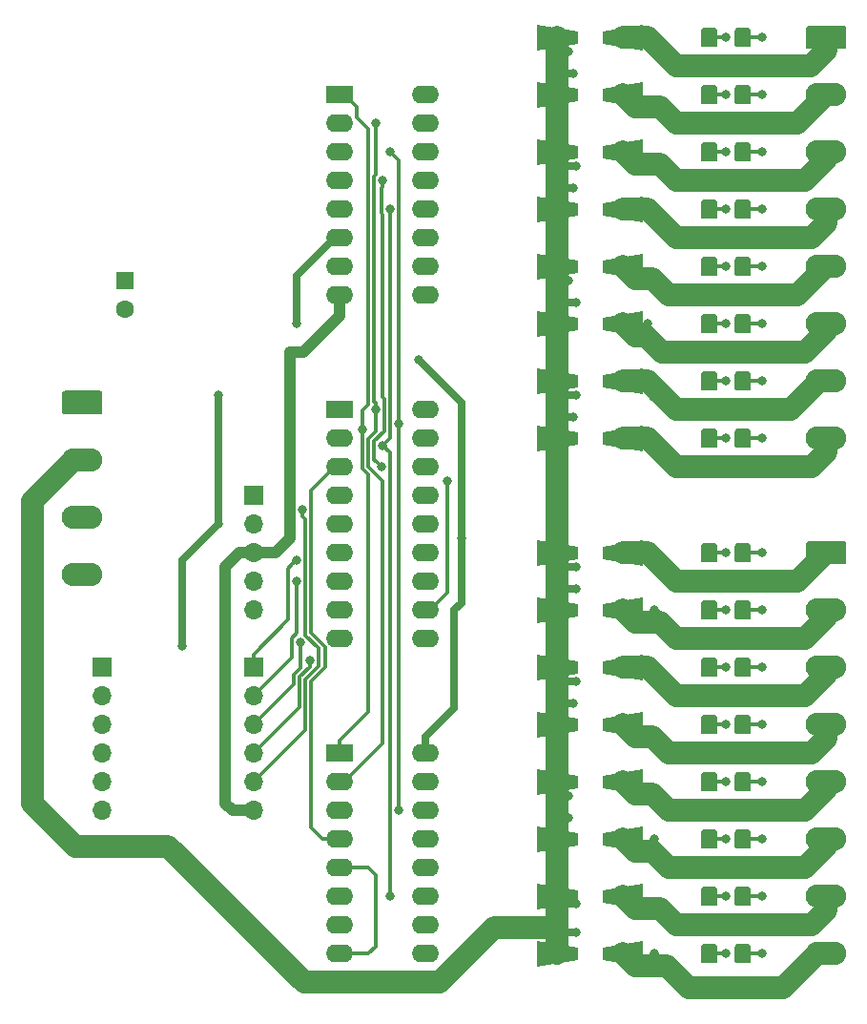
<source format=gbl>
G04 #@! TF.GenerationSoftware,KiCad,Pcbnew,(5.1.0-846-g23d3ccbdc)*
G04 #@! TF.CreationDate,2019-06-03T17:31:47-07:00*
G04 #@! TF.ProjectId,R_Switch,525f5377-6974-4636-982e-6b696361645f,n/c*
G04 #@! TF.SameCoordinates,Original*
G04 #@! TF.FileFunction,Copper,L2,Bot*
G04 #@! TF.FilePolarity,Positive*
%FSLAX46Y46*%
G04 Gerber Fmt 4.6, Leading zero omitted, Abs format (unit mm)*
G04 Created by KiCad (PCBNEW (5.1.0-846-g23d3ccbdc)) date 2019-06-03 17:31:47*
%MOMM*%
%LPD*%
G04 APERTURE LIST*
%ADD10O,2.400000X1.600000*%
%ADD11R,2.400000X1.600000*%
%ADD12O,3.600000X2.080000*%
%ADD13C,0.100000*%
%ADD14C,2.080000*%
%ADD15O,1.700000X1.700000*%
%ADD16R,1.700000X1.700000*%
%ADD17C,1.676868*%
%ADD18C,1.425000*%
%ADD19C,1.600000*%
%ADD20R,1.600000X1.600000*%
%ADD21C,0.800000*%
%ADD22C,2.032000*%
%ADD23C,0.304800*%
%ADD24C,0.635000*%
%ADD25C,1.016000*%
G04 APERTURE END LIST*
D10*
X116205000Y-107315000D03*
X108585000Y-125095000D03*
X116205000Y-109855000D03*
X108585000Y-122555000D03*
X116205000Y-112395000D03*
X108585000Y-120015000D03*
X116205000Y-114935000D03*
X108585000Y-117475000D03*
X116205000Y-117475000D03*
X108585000Y-114935000D03*
X116205000Y-120015000D03*
X108585000Y-112395000D03*
X116205000Y-122555000D03*
X108585000Y-109855000D03*
X116205000Y-125095000D03*
D11*
X108585000Y-107315000D03*
D10*
X116205000Y-48895000D03*
X108585000Y-66675000D03*
X116205000Y-51435000D03*
X108585000Y-64135000D03*
X116205000Y-53975000D03*
X108585000Y-61595000D03*
X116205000Y-56515000D03*
X108585000Y-59055000D03*
X116205000Y-59055000D03*
X108585000Y-56515000D03*
X116205000Y-61595000D03*
X108585000Y-53975000D03*
X116205000Y-64135000D03*
X108585000Y-51435000D03*
X116205000Y-66675000D03*
D11*
X108585000Y-48895000D03*
D10*
X116205000Y-76835000D03*
X108585000Y-97155000D03*
X116205000Y-79375000D03*
X108585000Y-94615000D03*
X116205000Y-81915000D03*
X108585000Y-92075000D03*
X116205000Y-84455000D03*
X108585000Y-89535000D03*
X116205000Y-86995000D03*
X108585000Y-86995000D03*
X116205000Y-89535000D03*
X108585000Y-84455000D03*
X116205000Y-92075000D03*
X108585000Y-81915000D03*
X116205000Y-94615000D03*
X108585000Y-79375000D03*
X116205000Y-97155000D03*
D11*
X108585000Y-76835000D03*
D12*
X151765000Y-79375000D03*
X151765000Y-74295000D03*
X151765000Y-69215000D03*
X151765000Y-64135000D03*
X151765000Y-59055000D03*
X151765000Y-53975000D03*
X151765000Y-48895000D03*
D13*
G36*
X153410671Y-42794030D02*
G01*
X153491777Y-42848223D01*
X153545970Y-42929329D01*
X153565000Y-43024999D01*
X153565000Y-44605001D01*
X153545970Y-44700671D01*
X153491777Y-44781777D01*
X153410671Y-44835970D01*
X153315001Y-44855000D01*
X150214999Y-44855000D01*
X150119329Y-44835970D01*
X150038223Y-44781777D01*
X149984030Y-44700671D01*
X149965000Y-44605001D01*
X149965000Y-43024999D01*
X149984030Y-42929329D01*
X150038223Y-42848223D01*
X150119329Y-42794030D01*
X150214999Y-42775000D01*
X153315001Y-42775000D01*
X153410671Y-42794030D01*
X153410671Y-42794030D01*
G37*
D14*
X151765000Y-43815000D03*
D12*
X151765000Y-125095000D03*
X151765000Y-120015000D03*
X151765000Y-114935000D03*
X151765000Y-109855000D03*
X151765000Y-104775000D03*
X151765000Y-99695000D03*
X151765000Y-94615000D03*
D13*
G36*
X153410671Y-88514030D02*
G01*
X153491777Y-88568223D01*
X153545970Y-88649329D01*
X153565000Y-88744999D01*
X153565000Y-90325001D01*
X153545970Y-90420671D01*
X153491777Y-90501777D01*
X153410671Y-90555970D01*
X153315001Y-90575000D01*
X150214999Y-90575000D01*
X150119329Y-90555970D01*
X150038223Y-90501777D01*
X149984030Y-90420671D01*
X149965000Y-90325001D01*
X149965000Y-88744999D01*
X149984030Y-88649329D01*
X150038223Y-88568223D01*
X150119329Y-88514030D01*
X150214999Y-88495000D01*
X153315001Y-88495000D01*
X153410671Y-88514030D01*
X153410671Y-88514030D01*
G37*
D14*
X151765000Y-89535000D03*
D15*
X100965000Y-94615000D03*
X100965000Y-92075000D03*
X100965000Y-89535000D03*
X100965000Y-86995000D03*
D16*
X100965000Y-84455000D03*
D15*
X87525225Y-112395000D03*
X87525225Y-109855000D03*
X87525225Y-107315000D03*
X87525225Y-104775000D03*
X87525225Y-102235000D03*
D16*
X87525225Y-99695000D03*
D15*
X100965000Y-112395000D03*
X100965000Y-109855000D03*
X100965000Y-107315000D03*
X100965000Y-104775000D03*
X100965000Y-102235000D03*
D16*
X100965000Y-99695000D03*
D12*
X85725000Y-91440000D03*
X85725000Y-86360000D03*
X85725000Y-81280000D03*
D13*
G36*
X87370671Y-75179030D02*
G01*
X87451777Y-75233223D01*
X87505970Y-75314329D01*
X87525000Y-75409999D01*
X87525000Y-76990001D01*
X87505970Y-77085671D01*
X87451777Y-77166777D01*
X87370671Y-77220970D01*
X87275001Y-77240000D01*
X84174999Y-77240000D01*
X84079329Y-77220970D01*
X83998223Y-77166777D01*
X83944030Y-77085671D01*
X83925000Y-76990001D01*
X83925000Y-75409999D01*
X83944030Y-75314329D01*
X83998223Y-75233223D01*
X84079329Y-75179030D01*
X84174999Y-75160000D01*
X87275001Y-75160000D01*
X87370671Y-75179030D01*
X87370671Y-75179030D01*
G37*
D14*
X85725000Y-76200000D03*
D17*
X127910000Y-79375000D03*
D13*
G36*
X126110000Y-80525000D02*
G01*
X126110000Y-78225000D01*
X129710000Y-78825000D01*
X129710000Y-79925000D01*
X126110000Y-80525000D01*
X126110000Y-80525000D01*
G37*
D17*
X133710000Y-79375000D03*
D13*
G36*
X135510000Y-78225000D02*
G01*
X135510000Y-80525000D01*
X131910000Y-79925000D01*
X131910000Y-78825000D01*
X135510000Y-78225000D01*
X135510000Y-78225000D01*
G37*
D17*
X127910000Y-74295000D03*
D13*
G36*
X126110000Y-75445000D02*
G01*
X126110000Y-73145000D01*
X129710000Y-73745000D01*
X129710000Y-74845000D01*
X126110000Y-75445000D01*
X126110000Y-75445000D01*
G37*
D17*
X133710000Y-74295000D03*
D13*
G36*
X135510000Y-73145000D02*
G01*
X135510000Y-75445000D01*
X131910000Y-74845000D01*
X131910000Y-73745000D01*
X135510000Y-73145000D01*
X135510000Y-73145000D01*
G37*
D17*
X127910000Y-69215000D03*
D13*
G36*
X126110000Y-70365000D02*
G01*
X126110000Y-68065000D01*
X129710000Y-68665000D01*
X129710000Y-69765000D01*
X126110000Y-70365000D01*
X126110000Y-70365000D01*
G37*
D17*
X133710000Y-69215000D03*
D13*
G36*
X135510000Y-68065000D02*
G01*
X135510000Y-70365000D01*
X131910000Y-69765000D01*
X131910000Y-68665000D01*
X135510000Y-68065000D01*
X135510000Y-68065000D01*
G37*
D17*
X127910000Y-64135000D03*
D13*
G36*
X126110000Y-65285000D02*
G01*
X126110000Y-62985000D01*
X129710000Y-63585000D01*
X129710000Y-64685000D01*
X126110000Y-65285000D01*
X126110000Y-65285000D01*
G37*
D17*
X133710000Y-64135000D03*
D13*
G36*
X135510000Y-62985000D02*
G01*
X135510000Y-65285000D01*
X131910000Y-64685000D01*
X131910000Y-63585000D01*
X135510000Y-62985000D01*
X135510000Y-62985000D01*
G37*
D17*
X127910000Y-59055000D03*
D13*
G36*
X126110000Y-60205000D02*
G01*
X126110000Y-57905000D01*
X129710000Y-58505000D01*
X129710000Y-59605000D01*
X126110000Y-60205000D01*
X126110000Y-60205000D01*
G37*
D17*
X133710000Y-59055000D03*
D13*
G36*
X135510000Y-57905000D02*
G01*
X135510000Y-60205000D01*
X131910000Y-59605000D01*
X131910000Y-58505000D01*
X135510000Y-57905000D01*
X135510000Y-57905000D01*
G37*
D17*
X127910000Y-53975000D03*
D13*
G36*
X126110000Y-55125000D02*
G01*
X126110000Y-52825000D01*
X129710000Y-53425000D01*
X129710000Y-54525000D01*
X126110000Y-55125000D01*
X126110000Y-55125000D01*
G37*
D17*
X133710000Y-53975000D03*
D13*
G36*
X135510000Y-52825000D02*
G01*
X135510000Y-55125000D01*
X131910000Y-54525000D01*
X131910000Y-53425000D01*
X135510000Y-52825000D01*
X135510000Y-52825000D01*
G37*
D17*
X127910000Y-48895000D03*
D13*
G36*
X126110000Y-50045000D02*
G01*
X126110000Y-47745000D01*
X129710000Y-48345000D01*
X129710000Y-49445000D01*
X126110000Y-50045000D01*
X126110000Y-50045000D01*
G37*
D17*
X133710000Y-48895000D03*
D13*
G36*
X135510000Y-47745000D02*
G01*
X135510000Y-50045000D01*
X131910000Y-49445000D01*
X131910000Y-48345000D01*
X135510000Y-47745000D01*
X135510000Y-47745000D01*
G37*
D17*
X127910000Y-43815000D03*
D13*
G36*
X126110000Y-44965000D02*
G01*
X126110000Y-42665000D01*
X129710000Y-43265000D01*
X129710000Y-44365000D01*
X126110000Y-44965000D01*
X126110000Y-44965000D01*
G37*
D17*
X133710000Y-43815000D03*
D13*
G36*
X135510000Y-42665000D02*
G01*
X135510000Y-44965000D01*
X131910000Y-44365000D01*
X131910000Y-43265000D01*
X135510000Y-42665000D01*
X135510000Y-42665000D01*
G37*
G36*
X144920671Y-78519030D02*
G01*
X145001777Y-78573223D01*
X145055970Y-78654329D01*
X145075000Y-78750000D01*
X145075000Y-80000000D01*
X145055970Y-80095671D01*
X145001777Y-80176777D01*
X144920671Y-80230970D01*
X144825000Y-80250000D01*
X143900000Y-80250000D01*
X143804329Y-80230970D01*
X143723223Y-80176777D01*
X143669030Y-80095671D01*
X143650000Y-80000000D01*
X143650000Y-78750000D01*
X143669030Y-78654329D01*
X143723223Y-78573223D01*
X143804329Y-78519030D01*
X143900000Y-78500000D01*
X144825000Y-78500000D01*
X144920671Y-78519030D01*
X144920671Y-78519030D01*
G37*
D18*
X144362500Y-79375000D03*
D13*
G36*
X141945671Y-78519030D02*
G01*
X142026777Y-78573223D01*
X142080970Y-78654329D01*
X142100000Y-78750000D01*
X142100000Y-80000000D01*
X142080970Y-80095671D01*
X142026777Y-80176777D01*
X141945671Y-80230970D01*
X141850000Y-80250000D01*
X140925000Y-80250000D01*
X140829329Y-80230970D01*
X140748223Y-80176777D01*
X140694030Y-80095671D01*
X140675000Y-80000000D01*
X140675000Y-78750000D01*
X140694030Y-78654329D01*
X140748223Y-78573223D01*
X140829329Y-78519030D01*
X140925000Y-78500000D01*
X141850000Y-78500000D01*
X141945671Y-78519030D01*
X141945671Y-78519030D01*
G37*
D18*
X141387500Y-79375000D03*
D13*
G36*
X144920671Y-73439030D02*
G01*
X145001777Y-73493223D01*
X145055970Y-73574329D01*
X145075000Y-73670000D01*
X145075000Y-74920000D01*
X145055970Y-75015671D01*
X145001777Y-75096777D01*
X144920671Y-75150970D01*
X144825000Y-75170000D01*
X143900000Y-75170000D01*
X143804329Y-75150970D01*
X143723223Y-75096777D01*
X143669030Y-75015671D01*
X143650000Y-74920000D01*
X143650000Y-73670000D01*
X143669030Y-73574329D01*
X143723223Y-73493223D01*
X143804329Y-73439030D01*
X143900000Y-73420000D01*
X144825000Y-73420000D01*
X144920671Y-73439030D01*
X144920671Y-73439030D01*
G37*
D18*
X144362500Y-74295000D03*
D13*
G36*
X141945671Y-73439030D02*
G01*
X142026777Y-73493223D01*
X142080970Y-73574329D01*
X142100000Y-73670000D01*
X142100000Y-74920000D01*
X142080970Y-75015671D01*
X142026777Y-75096777D01*
X141945671Y-75150970D01*
X141850000Y-75170000D01*
X140925000Y-75170000D01*
X140829329Y-75150970D01*
X140748223Y-75096777D01*
X140694030Y-75015671D01*
X140675000Y-74920000D01*
X140675000Y-73670000D01*
X140694030Y-73574329D01*
X140748223Y-73493223D01*
X140829329Y-73439030D01*
X140925000Y-73420000D01*
X141850000Y-73420000D01*
X141945671Y-73439030D01*
X141945671Y-73439030D01*
G37*
D18*
X141387500Y-74295000D03*
D13*
G36*
X144920671Y-68359030D02*
G01*
X145001777Y-68413223D01*
X145055970Y-68494329D01*
X145075000Y-68590000D01*
X145075000Y-69840000D01*
X145055970Y-69935671D01*
X145001777Y-70016777D01*
X144920671Y-70070970D01*
X144825000Y-70090000D01*
X143900000Y-70090000D01*
X143804329Y-70070970D01*
X143723223Y-70016777D01*
X143669030Y-69935671D01*
X143650000Y-69840000D01*
X143650000Y-68590000D01*
X143669030Y-68494329D01*
X143723223Y-68413223D01*
X143804329Y-68359030D01*
X143900000Y-68340000D01*
X144825000Y-68340000D01*
X144920671Y-68359030D01*
X144920671Y-68359030D01*
G37*
D18*
X144362500Y-69215000D03*
D13*
G36*
X141945671Y-68359030D02*
G01*
X142026777Y-68413223D01*
X142080970Y-68494329D01*
X142100000Y-68590000D01*
X142100000Y-69840000D01*
X142080970Y-69935671D01*
X142026777Y-70016777D01*
X141945671Y-70070970D01*
X141850000Y-70090000D01*
X140925000Y-70090000D01*
X140829329Y-70070970D01*
X140748223Y-70016777D01*
X140694030Y-69935671D01*
X140675000Y-69840000D01*
X140675000Y-68590000D01*
X140694030Y-68494329D01*
X140748223Y-68413223D01*
X140829329Y-68359030D01*
X140925000Y-68340000D01*
X141850000Y-68340000D01*
X141945671Y-68359030D01*
X141945671Y-68359030D01*
G37*
D18*
X141387500Y-69215000D03*
D13*
G36*
X144920671Y-63279030D02*
G01*
X145001777Y-63333223D01*
X145055970Y-63414329D01*
X145075000Y-63510000D01*
X145075000Y-64760000D01*
X145055970Y-64855671D01*
X145001777Y-64936777D01*
X144920671Y-64990970D01*
X144825000Y-65010000D01*
X143900000Y-65010000D01*
X143804329Y-64990970D01*
X143723223Y-64936777D01*
X143669030Y-64855671D01*
X143650000Y-64760000D01*
X143650000Y-63510000D01*
X143669030Y-63414329D01*
X143723223Y-63333223D01*
X143804329Y-63279030D01*
X143900000Y-63260000D01*
X144825000Y-63260000D01*
X144920671Y-63279030D01*
X144920671Y-63279030D01*
G37*
D18*
X144362500Y-64135000D03*
D13*
G36*
X141945671Y-63279030D02*
G01*
X142026777Y-63333223D01*
X142080970Y-63414329D01*
X142100000Y-63510000D01*
X142100000Y-64760000D01*
X142080970Y-64855671D01*
X142026777Y-64936777D01*
X141945671Y-64990970D01*
X141850000Y-65010000D01*
X140925000Y-65010000D01*
X140829329Y-64990970D01*
X140748223Y-64936777D01*
X140694030Y-64855671D01*
X140675000Y-64760000D01*
X140675000Y-63510000D01*
X140694030Y-63414329D01*
X140748223Y-63333223D01*
X140829329Y-63279030D01*
X140925000Y-63260000D01*
X141850000Y-63260000D01*
X141945671Y-63279030D01*
X141945671Y-63279030D01*
G37*
D18*
X141387500Y-64135000D03*
D13*
G36*
X144920671Y-58199030D02*
G01*
X145001777Y-58253223D01*
X145055970Y-58334329D01*
X145075000Y-58430000D01*
X145075000Y-59680000D01*
X145055970Y-59775671D01*
X145001777Y-59856777D01*
X144920671Y-59910970D01*
X144825000Y-59930000D01*
X143900000Y-59930000D01*
X143804329Y-59910970D01*
X143723223Y-59856777D01*
X143669030Y-59775671D01*
X143650000Y-59680000D01*
X143650000Y-58430000D01*
X143669030Y-58334329D01*
X143723223Y-58253223D01*
X143804329Y-58199030D01*
X143900000Y-58180000D01*
X144825000Y-58180000D01*
X144920671Y-58199030D01*
X144920671Y-58199030D01*
G37*
D18*
X144362500Y-59055000D03*
D13*
G36*
X141945671Y-58199030D02*
G01*
X142026777Y-58253223D01*
X142080970Y-58334329D01*
X142100000Y-58430000D01*
X142100000Y-59680000D01*
X142080970Y-59775671D01*
X142026777Y-59856777D01*
X141945671Y-59910970D01*
X141850000Y-59930000D01*
X140925000Y-59930000D01*
X140829329Y-59910970D01*
X140748223Y-59856777D01*
X140694030Y-59775671D01*
X140675000Y-59680000D01*
X140675000Y-58430000D01*
X140694030Y-58334329D01*
X140748223Y-58253223D01*
X140829329Y-58199030D01*
X140925000Y-58180000D01*
X141850000Y-58180000D01*
X141945671Y-58199030D01*
X141945671Y-58199030D01*
G37*
D18*
X141387500Y-59055000D03*
D13*
G36*
X144920671Y-53119030D02*
G01*
X145001777Y-53173223D01*
X145055970Y-53254329D01*
X145075000Y-53350000D01*
X145075000Y-54600000D01*
X145055970Y-54695671D01*
X145001777Y-54776777D01*
X144920671Y-54830970D01*
X144825000Y-54850000D01*
X143900000Y-54850000D01*
X143804329Y-54830970D01*
X143723223Y-54776777D01*
X143669030Y-54695671D01*
X143650000Y-54600000D01*
X143650000Y-53350000D01*
X143669030Y-53254329D01*
X143723223Y-53173223D01*
X143804329Y-53119030D01*
X143900000Y-53100000D01*
X144825000Y-53100000D01*
X144920671Y-53119030D01*
X144920671Y-53119030D01*
G37*
D18*
X144362500Y-53975000D03*
D13*
G36*
X141945671Y-53119030D02*
G01*
X142026777Y-53173223D01*
X142080970Y-53254329D01*
X142100000Y-53350000D01*
X142100000Y-54600000D01*
X142080970Y-54695671D01*
X142026777Y-54776777D01*
X141945671Y-54830970D01*
X141850000Y-54850000D01*
X140925000Y-54850000D01*
X140829329Y-54830970D01*
X140748223Y-54776777D01*
X140694030Y-54695671D01*
X140675000Y-54600000D01*
X140675000Y-53350000D01*
X140694030Y-53254329D01*
X140748223Y-53173223D01*
X140829329Y-53119030D01*
X140925000Y-53100000D01*
X141850000Y-53100000D01*
X141945671Y-53119030D01*
X141945671Y-53119030D01*
G37*
D18*
X141387500Y-53975000D03*
D13*
G36*
X144920671Y-48039030D02*
G01*
X145001777Y-48093223D01*
X145055970Y-48174329D01*
X145075000Y-48270000D01*
X145075000Y-49520000D01*
X145055970Y-49615671D01*
X145001777Y-49696777D01*
X144920671Y-49750970D01*
X144825000Y-49770000D01*
X143900000Y-49770000D01*
X143804329Y-49750970D01*
X143723223Y-49696777D01*
X143669030Y-49615671D01*
X143650000Y-49520000D01*
X143650000Y-48270000D01*
X143669030Y-48174329D01*
X143723223Y-48093223D01*
X143804329Y-48039030D01*
X143900000Y-48020000D01*
X144825000Y-48020000D01*
X144920671Y-48039030D01*
X144920671Y-48039030D01*
G37*
D18*
X144362500Y-48895000D03*
D13*
G36*
X141945671Y-48039030D02*
G01*
X142026777Y-48093223D01*
X142080970Y-48174329D01*
X142100000Y-48270000D01*
X142100000Y-49520000D01*
X142080970Y-49615671D01*
X142026777Y-49696777D01*
X141945671Y-49750970D01*
X141850000Y-49770000D01*
X140925000Y-49770000D01*
X140829329Y-49750970D01*
X140748223Y-49696777D01*
X140694030Y-49615671D01*
X140675000Y-49520000D01*
X140675000Y-48270000D01*
X140694030Y-48174329D01*
X140748223Y-48093223D01*
X140829329Y-48039030D01*
X140925000Y-48020000D01*
X141850000Y-48020000D01*
X141945671Y-48039030D01*
X141945671Y-48039030D01*
G37*
D18*
X141387500Y-48895000D03*
D13*
G36*
X144920671Y-42959030D02*
G01*
X145001777Y-43013223D01*
X145055970Y-43094329D01*
X145075000Y-43190000D01*
X145075000Y-44440000D01*
X145055970Y-44535671D01*
X145001777Y-44616777D01*
X144920671Y-44670970D01*
X144825000Y-44690000D01*
X143900000Y-44690000D01*
X143804329Y-44670970D01*
X143723223Y-44616777D01*
X143669030Y-44535671D01*
X143650000Y-44440000D01*
X143650000Y-43190000D01*
X143669030Y-43094329D01*
X143723223Y-43013223D01*
X143804329Y-42959030D01*
X143900000Y-42940000D01*
X144825000Y-42940000D01*
X144920671Y-42959030D01*
X144920671Y-42959030D01*
G37*
D18*
X144362500Y-43815000D03*
D13*
G36*
X141945671Y-42959030D02*
G01*
X142026777Y-43013223D01*
X142080970Y-43094329D01*
X142100000Y-43190000D01*
X142100000Y-44440000D01*
X142080970Y-44535671D01*
X142026777Y-44616777D01*
X141945671Y-44670970D01*
X141850000Y-44690000D01*
X140925000Y-44690000D01*
X140829329Y-44670970D01*
X140748223Y-44616777D01*
X140694030Y-44535671D01*
X140675000Y-44440000D01*
X140675000Y-43190000D01*
X140694030Y-43094329D01*
X140748223Y-43013223D01*
X140829329Y-42959030D01*
X140925000Y-42940000D01*
X141850000Y-42940000D01*
X141945671Y-42959030D01*
X141945671Y-42959030D01*
G37*
D18*
X141387500Y-43815000D03*
D17*
X127910000Y-125095000D03*
D13*
G36*
X126110000Y-126245000D02*
G01*
X126110000Y-123945000D01*
X129710000Y-124545000D01*
X129710000Y-125645000D01*
X126110000Y-126245000D01*
X126110000Y-126245000D01*
G37*
D17*
X133710000Y-125095000D03*
D13*
G36*
X135510000Y-123945000D02*
G01*
X135510000Y-126245000D01*
X131910000Y-125645000D01*
X131910000Y-124545000D01*
X135510000Y-123945000D01*
X135510000Y-123945000D01*
G37*
D17*
X127910000Y-120015000D03*
D13*
G36*
X126110000Y-121165000D02*
G01*
X126110000Y-118865000D01*
X129710000Y-119465000D01*
X129710000Y-120565000D01*
X126110000Y-121165000D01*
X126110000Y-121165000D01*
G37*
D17*
X133710000Y-120015000D03*
D13*
G36*
X135510000Y-118865000D02*
G01*
X135510000Y-121165000D01*
X131910000Y-120565000D01*
X131910000Y-119465000D01*
X135510000Y-118865000D01*
X135510000Y-118865000D01*
G37*
D17*
X127910000Y-114935000D03*
D13*
G36*
X126110000Y-116085000D02*
G01*
X126110000Y-113785000D01*
X129710000Y-114385000D01*
X129710000Y-115485000D01*
X126110000Y-116085000D01*
X126110000Y-116085000D01*
G37*
D17*
X133710000Y-114935000D03*
D13*
G36*
X135510000Y-113785000D02*
G01*
X135510000Y-116085000D01*
X131910000Y-115485000D01*
X131910000Y-114385000D01*
X135510000Y-113785000D01*
X135510000Y-113785000D01*
G37*
D17*
X127910000Y-109855000D03*
D13*
G36*
X126110000Y-111005000D02*
G01*
X126110000Y-108705000D01*
X129710000Y-109305000D01*
X129710000Y-110405000D01*
X126110000Y-111005000D01*
X126110000Y-111005000D01*
G37*
D17*
X133710000Y-109855000D03*
D13*
G36*
X135510000Y-108705000D02*
G01*
X135510000Y-111005000D01*
X131910000Y-110405000D01*
X131910000Y-109305000D01*
X135510000Y-108705000D01*
X135510000Y-108705000D01*
G37*
D17*
X127910000Y-104775000D03*
D13*
G36*
X126110000Y-105925000D02*
G01*
X126110000Y-103625000D01*
X129710000Y-104225000D01*
X129710000Y-105325000D01*
X126110000Y-105925000D01*
X126110000Y-105925000D01*
G37*
D17*
X133710000Y-104775000D03*
D13*
G36*
X135510000Y-103625000D02*
G01*
X135510000Y-105925000D01*
X131910000Y-105325000D01*
X131910000Y-104225000D01*
X135510000Y-103625000D01*
X135510000Y-103625000D01*
G37*
D17*
X127910000Y-99695000D03*
D13*
G36*
X126110000Y-100845000D02*
G01*
X126110000Y-98545000D01*
X129710000Y-99145000D01*
X129710000Y-100245000D01*
X126110000Y-100845000D01*
X126110000Y-100845000D01*
G37*
D17*
X133710000Y-99695000D03*
D13*
G36*
X135510000Y-98545000D02*
G01*
X135510000Y-100845000D01*
X131910000Y-100245000D01*
X131910000Y-99145000D01*
X135510000Y-98545000D01*
X135510000Y-98545000D01*
G37*
D17*
X127910000Y-94615000D03*
D13*
G36*
X126110000Y-95765000D02*
G01*
X126110000Y-93465000D01*
X129710000Y-94065000D01*
X129710000Y-95165000D01*
X126110000Y-95765000D01*
X126110000Y-95765000D01*
G37*
D17*
X133710000Y-94615000D03*
D13*
G36*
X135510000Y-93465000D02*
G01*
X135510000Y-95765000D01*
X131910000Y-95165000D01*
X131910000Y-94065000D01*
X135510000Y-93465000D01*
X135510000Y-93465000D01*
G37*
D17*
X127910000Y-89535000D03*
D13*
G36*
X126110000Y-90685000D02*
G01*
X126110000Y-88385000D01*
X129710000Y-88985000D01*
X129710000Y-90085000D01*
X126110000Y-90685000D01*
X126110000Y-90685000D01*
G37*
D17*
X133710000Y-89535000D03*
D13*
G36*
X135510000Y-88385000D02*
G01*
X135510000Y-90685000D01*
X131910000Y-90085000D01*
X131910000Y-88985000D01*
X135510000Y-88385000D01*
X135510000Y-88385000D01*
G37*
G36*
X144920671Y-124239030D02*
G01*
X145001777Y-124293223D01*
X145055970Y-124374329D01*
X145075000Y-124470000D01*
X145075000Y-125720000D01*
X145055970Y-125815671D01*
X145001777Y-125896777D01*
X144920671Y-125950970D01*
X144825000Y-125970000D01*
X143900000Y-125970000D01*
X143804329Y-125950970D01*
X143723223Y-125896777D01*
X143669030Y-125815671D01*
X143650000Y-125720000D01*
X143650000Y-124470000D01*
X143669030Y-124374329D01*
X143723223Y-124293223D01*
X143804329Y-124239030D01*
X143900000Y-124220000D01*
X144825000Y-124220000D01*
X144920671Y-124239030D01*
X144920671Y-124239030D01*
G37*
D18*
X144362500Y-125095000D03*
D13*
G36*
X141945671Y-124239030D02*
G01*
X142026777Y-124293223D01*
X142080970Y-124374329D01*
X142100000Y-124470000D01*
X142100000Y-125720000D01*
X142080970Y-125815671D01*
X142026777Y-125896777D01*
X141945671Y-125950970D01*
X141850000Y-125970000D01*
X140925000Y-125970000D01*
X140829329Y-125950970D01*
X140748223Y-125896777D01*
X140694030Y-125815671D01*
X140675000Y-125720000D01*
X140675000Y-124470000D01*
X140694030Y-124374329D01*
X140748223Y-124293223D01*
X140829329Y-124239030D01*
X140925000Y-124220000D01*
X141850000Y-124220000D01*
X141945671Y-124239030D01*
X141945671Y-124239030D01*
G37*
D18*
X141387500Y-125095000D03*
D13*
G36*
X144920671Y-119159030D02*
G01*
X145001777Y-119213223D01*
X145055970Y-119294329D01*
X145075000Y-119390000D01*
X145075000Y-120640000D01*
X145055970Y-120735671D01*
X145001777Y-120816777D01*
X144920671Y-120870970D01*
X144825000Y-120890000D01*
X143900000Y-120890000D01*
X143804329Y-120870970D01*
X143723223Y-120816777D01*
X143669030Y-120735671D01*
X143650000Y-120640000D01*
X143650000Y-119390000D01*
X143669030Y-119294329D01*
X143723223Y-119213223D01*
X143804329Y-119159030D01*
X143900000Y-119140000D01*
X144825000Y-119140000D01*
X144920671Y-119159030D01*
X144920671Y-119159030D01*
G37*
D18*
X144362500Y-120015000D03*
D13*
G36*
X141945671Y-119159030D02*
G01*
X142026777Y-119213223D01*
X142080970Y-119294329D01*
X142100000Y-119390000D01*
X142100000Y-120640000D01*
X142080970Y-120735671D01*
X142026777Y-120816777D01*
X141945671Y-120870970D01*
X141850000Y-120890000D01*
X140925000Y-120890000D01*
X140829329Y-120870970D01*
X140748223Y-120816777D01*
X140694030Y-120735671D01*
X140675000Y-120640000D01*
X140675000Y-119390000D01*
X140694030Y-119294329D01*
X140748223Y-119213223D01*
X140829329Y-119159030D01*
X140925000Y-119140000D01*
X141850000Y-119140000D01*
X141945671Y-119159030D01*
X141945671Y-119159030D01*
G37*
D18*
X141387500Y-120015000D03*
D13*
G36*
X144920671Y-114079030D02*
G01*
X145001777Y-114133223D01*
X145055970Y-114214329D01*
X145075000Y-114310000D01*
X145075000Y-115560000D01*
X145055970Y-115655671D01*
X145001777Y-115736777D01*
X144920671Y-115790970D01*
X144825000Y-115810000D01*
X143900000Y-115810000D01*
X143804329Y-115790970D01*
X143723223Y-115736777D01*
X143669030Y-115655671D01*
X143650000Y-115560000D01*
X143650000Y-114310000D01*
X143669030Y-114214329D01*
X143723223Y-114133223D01*
X143804329Y-114079030D01*
X143900000Y-114060000D01*
X144825000Y-114060000D01*
X144920671Y-114079030D01*
X144920671Y-114079030D01*
G37*
D18*
X144362500Y-114935000D03*
D13*
G36*
X141945671Y-114079030D02*
G01*
X142026777Y-114133223D01*
X142080970Y-114214329D01*
X142100000Y-114310000D01*
X142100000Y-115560000D01*
X142080970Y-115655671D01*
X142026777Y-115736777D01*
X141945671Y-115790970D01*
X141850000Y-115810000D01*
X140925000Y-115810000D01*
X140829329Y-115790970D01*
X140748223Y-115736777D01*
X140694030Y-115655671D01*
X140675000Y-115560000D01*
X140675000Y-114310000D01*
X140694030Y-114214329D01*
X140748223Y-114133223D01*
X140829329Y-114079030D01*
X140925000Y-114060000D01*
X141850000Y-114060000D01*
X141945671Y-114079030D01*
X141945671Y-114079030D01*
G37*
D18*
X141387500Y-114935000D03*
D13*
G36*
X144920671Y-108999030D02*
G01*
X145001777Y-109053223D01*
X145055970Y-109134329D01*
X145075000Y-109230000D01*
X145075000Y-110480000D01*
X145055970Y-110575671D01*
X145001777Y-110656777D01*
X144920671Y-110710970D01*
X144825000Y-110730000D01*
X143900000Y-110730000D01*
X143804329Y-110710970D01*
X143723223Y-110656777D01*
X143669030Y-110575671D01*
X143650000Y-110480000D01*
X143650000Y-109230000D01*
X143669030Y-109134329D01*
X143723223Y-109053223D01*
X143804329Y-108999030D01*
X143900000Y-108980000D01*
X144825000Y-108980000D01*
X144920671Y-108999030D01*
X144920671Y-108999030D01*
G37*
D18*
X144362500Y-109855000D03*
D13*
G36*
X141945671Y-108999030D02*
G01*
X142026777Y-109053223D01*
X142080970Y-109134329D01*
X142100000Y-109230000D01*
X142100000Y-110480000D01*
X142080970Y-110575671D01*
X142026777Y-110656777D01*
X141945671Y-110710970D01*
X141850000Y-110730000D01*
X140925000Y-110730000D01*
X140829329Y-110710970D01*
X140748223Y-110656777D01*
X140694030Y-110575671D01*
X140675000Y-110480000D01*
X140675000Y-109230000D01*
X140694030Y-109134329D01*
X140748223Y-109053223D01*
X140829329Y-108999030D01*
X140925000Y-108980000D01*
X141850000Y-108980000D01*
X141945671Y-108999030D01*
X141945671Y-108999030D01*
G37*
D18*
X141387500Y-109855000D03*
D13*
G36*
X144920671Y-103919030D02*
G01*
X145001777Y-103973223D01*
X145055970Y-104054329D01*
X145075000Y-104150000D01*
X145075000Y-105400000D01*
X145055970Y-105495671D01*
X145001777Y-105576777D01*
X144920671Y-105630970D01*
X144825000Y-105650000D01*
X143900000Y-105650000D01*
X143804329Y-105630970D01*
X143723223Y-105576777D01*
X143669030Y-105495671D01*
X143650000Y-105400000D01*
X143650000Y-104150000D01*
X143669030Y-104054329D01*
X143723223Y-103973223D01*
X143804329Y-103919030D01*
X143900000Y-103900000D01*
X144825000Y-103900000D01*
X144920671Y-103919030D01*
X144920671Y-103919030D01*
G37*
D18*
X144362500Y-104775000D03*
D13*
G36*
X141945671Y-103919030D02*
G01*
X142026777Y-103973223D01*
X142080970Y-104054329D01*
X142100000Y-104150000D01*
X142100000Y-105400000D01*
X142080970Y-105495671D01*
X142026777Y-105576777D01*
X141945671Y-105630970D01*
X141850000Y-105650000D01*
X140925000Y-105650000D01*
X140829329Y-105630970D01*
X140748223Y-105576777D01*
X140694030Y-105495671D01*
X140675000Y-105400000D01*
X140675000Y-104150000D01*
X140694030Y-104054329D01*
X140748223Y-103973223D01*
X140829329Y-103919030D01*
X140925000Y-103900000D01*
X141850000Y-103900000D01*
X141945671Y-103919030D01*
X141945671Y-103919030D01*
G37*
D18*
X141387500Y-104775000D03*
D13*
G36*
X144920671Y-98839030D02*
G01*
X145001777Y-98893223D01*
X145055970Y-98974329D01*
X145075000Y-99070000D01*
X145075000Y-100320000D01*
X145055970Y-100415671D01*
X145001777Y-100496777D01*
X144920671Y-100550970D01*
X144825000Y-100570000D01*
X143900000Y-100570000D01*
X143804329Y-100550970D01*
X143723223Y-100496777D01*
X143669030Y-100415671D01*
X143650000Y-100320000D01*
X143650000Y-99070000D01*
X143669030Y-98974329D01*
X143723223Y-98893223D01*
X143804329Y-98839030D01*
X143900000Y-98820000D01*
X144825000Y-98820000D01*
X144920671Y-98839030D01*
X144920671Y-98839030D01*
G37*
D18*
X144362500Y-99695000D03*
D13*
G36*
X141945671Y-98839030D02*
G01*
X142026777Y-98893223D01*
X142080970Y-98974329D01*
X142100000Y-99070000D01*
X142100000Y-100320000D01*
X142080970Y-100415671D01*
X142026777Y-100496777D01*
X141945671Y-100550970D01*
X141850000Y-100570000D01*
X140925000Y-100570000D01*
X140829329Y-100550970D01*
X140748223Y-100496777D01*
X140694030Y-100415671D01*
X140675000Y-100320000D01*
X140675000Y-99070000D01*
X140694030Y-98974329D01*
X140748223Y-98893223D01*
X140829329Y-98839030D01*
X140925000Y-98820000D01*
X141850000Y-98820000D01*
X141945671Y-98839030D01*
X141945671Y-98839030D01*
G37*
D18*
X141387500Y-99695000D03*
D13*
G36*
X144920671Y-93759030D02*
G01*
X145001777Y-93813223D01*
X145055970Y-93894329D01*
X145075000Y-93990000D01*
X145075000Y-95240000D01*
X145055970Y-95335671D01*
X145001777Y-95416777D01*
X144920671Y-95470970D01*
X144825000Y-95490000D01*
X143900000Y-95490000D01*
X143804329Y-95470970D01*
X143723223Y-95416777D01*
X143669030Y-95335671D01*
X143650000Y-95240000D01*
X143650000Y-93990000D01*
X143669030Y-93894329D01*
X143723223Y-93813223D01*
X143804329Y-93759030D01*
X143900000Y-93740000D01*
X144825000Y-93740000D01*
X144920671Y-93759030D01*
X144920671Y-93759030D01*
G37*
D18*
X144362500Y-94615000D03*
D13*
G36*
X141945671Y-93759030D02*
G01*
X142026777Y-93813223D01*
X142080970Y-93894329D01*
X142100000Y-93990000D01*
X142100000Y-95240000D01*
X142080970Y-95335671D01*
X142026777Y-95416777D01*
X141945671Y-95470970D01*
X141850000Y-95490000D01*
X140925000Y-95490000D01*
X140829329Y-95470970D01*
X140748223Y-95416777D01*
X140694030Y-95335671D01*
X140675000Y-95240000D01*
X140675000Y-93990000D01*
X140694030Y-93894329D01*
X140748223Y-93813223D01*
X140829329Y-93759030D01*
X140925000Y-93740000D01*
X141850000Y-93740000D01*
X141945671Y-93759030D01*
X141945671Y-93759030D01*
G37*
D18*
X141387500Y-94615000D03*
D13*
G36*
X144920671Y-88679030D02*
G01*
X145001777Y-88733223D01*
X145055970Y-88814329D01*
X145075000Y-88910000D01*
X145075000Y-90160000D01*
X145055970Y-90255671D01*
X145001777Y-90336777D01*
X144920671Y-90390970D01*
X144825000Y-90410000D01*
X143900000Y-90410000D01*
X143804329Y-90390970D01*
X143723223Y-90336777D01*
X143669030Y-90255671D01*
X143650000Y-90160000D01*
X143650000Y-88910000D01*
X143669030Y-88814329D01*
X143723223Y-88733223D01*
X143804329Y-88679030D01*
X143900000Y-88660000D01*
X144825000Y-88660000D01*
X144920671Y-88679030D01*
X144920671Y-88679030D01*
G37*
D18*
X144362500Y-89535000D03*
D13*
G36*
X141945671Y-88679030D02*
G01*
X142026777Y-88733223D01*
X142080970Y-88814329D01*
X142100000Y-88910000D01*
X142100000Y-90160000D01*
X142080970Y-90255671D01*
X142026777Y-90336777D01*
X141945671Y-90390970D01*
X141850000Y-90410000D01*
X140925000Y-90410000D01*
X140829329Y-90390970D01*
X140748223Y-90336777D01*
X140694030Y-90255671D01*
X140675000Y-90160000D01*
X140675000Y-88910000D01*
X140694030Y-88814329D01*
X140748223Y-88733223D01*
X140829329Y-88679030D01*
X140925000Y-88660000D01*
X141850000Y-88660000D01*
X141945671Y-88679030D01*
X141945671Y-88679030D01*
G37*
D18*
X141387500Y-89535000D03*
D19*
X89535000Y-67905000D03*
D20*
X89535000Y-65405000D03*
D21*
X129540000Y-123190000D03*
X129540000Y-120650000D03*
X128905000Y-113030000D03*
X128905000Y-111125000D03*
X129295000Y-102870000D03*
X129540000Y-100965000D03*
X129540000Y-92710000D03*
X129540000Y-90805000D03*
X129295000Y-77470000D03*
X129540000Y-75565000D03*
X129540000Y-67310000D03*
X128905000Y-65405000D03*
X129295000Y-57150000D03*
X129540000Y-55245000D03*
X129295000Y-46990000D03*
X128905000Y-45085000D03*
X119380000Y-88265000D03*
X94615000Y-97790000D03*
X97790000Y-86995000D03*
X97790000Y-75565000D03*
X104775000Y-69215000D03*
X115570000Y-72390000D03*
X146050000Y-89535000D03*
X142875000Y-89535000D03*
X146050000Y-94615000D03*
X142875000Y-94615000D03*
X146050000Y-99695000D03*
X142875000Y-99695000D03*
X146050000Y-104775000D03*
X142875000Y-104775000D03*
X146050000Y-109855000D03*
X142875000Y-109855000D03*
X146050000Y-114935000D03*
X142875000Y-114935000D03*
X146050000Y-120015000D03*
X142875000Y-120015000D03*
X146050000Y-125095000D03*
X142875000Y-125095000D03*
X136460000Y-90740000D03*
X136525000Y-94615000D03*
X136460000Y-100900000D03*
X136345710Y-105865710D03*
X136460000Y-111190000D03*
X136525000Y-114935000D03*
X136460000Y-121220000D03*
X136525000Y-125095000D03*
X146050000Y-43815000D03*
X142875000Y-43815000D03*
X146050000Y-48895000D03*
X142875000Y-48895000D03*
X146050000Y-53975000D03*
X142875000Y-53975000D03*
X146050000Y-59055000D03*
X142875000Y-59055000D03*
X146050000Y-64135000D03*
X142875000Y-64135000D03*
X146050000Y-69215000D03*
X142875000Y-69215000D03*
X146050000Y-74295000D03*
X142875000Y-74295000D03*
X146050000Y-79375000D03*
X142875000Y-79375000D03*
X136395000Y-44955000D03*
X136980710Y-49985710D03*
X136460000Y-55180000D03*
X135890000Y-59055000D03*
X136460000Y-65340000D03*
X135890000Y-69215000D03*
X136395000Y-75695000D03*
X135890000Y-79375000D03*
X105292590Y-85725000D03*
X105927590Y-99060000D03*
X105093633Y-97471365D03*
X104775000Y-92075000D03*
X104775000Y-90170000D03*
X111760000Y-51435000D03*
X111772779Y-76835000D03*
X110575984Y-78622590D03*
X112395000Y-56515000D03*
X112277590Y-81915000D03*
X113030000Y-59055000D03*
X112395000Y-80010000D03*
X113030000Y-120015000D03*
X113030000Y-53975000D03*
X113782410Y-78105000D03*
X113782410Y-112395000D03*
X118110000Y-83185000D03*
D22*
X127910000Y-120015000D02*
X127910000Y-114935000D01*
X127910000Y-109855000D02*
X127910000Y-104775000D01*
X127910000Y-99695000D02*
X127910000Y-94615000D01*
X127910000Y-74295000D02*
X127910000Y-69215000D01*
X127910000Y-64135000D02*
X127910000Y-59055000D01*
X127910000Y-53975000D02*
X127910000Y-48895000D01*
X127910000Y-89535000D02*
X127910000Y-79375000D01*
D23*
X108585000Y-117475000D02*
X111125000Y-117475000D01*
X111125000Y-117475000D02*
X111760000Y-118110000D01*
X111760000Y-118110000D02*
X111760000Y-124460000D01*
X111760000Y-124460000D02*
X111125000Y-125095000D01*
X111125000Y-125095000D02*
X108585000Y-125095000D01*
D24*
X128270000Y-123190000D02*
X127910000Y-122830000D01*
X129540000Y-123190000D02*
X128270000Y-123190000D01*
D22*
X127910000Y-125095000D02*
X127910000Y-122830000D01*
D24*
X128270000Y-113030000D02*
X127910000Y-112670000D01*
X128905000Y-113030000D02*
X128270000Y-113030000D01*
D22*
X127910000Y-114935000D02*
X127910000Y-112670000D01*
X127910000Y-110130000D02*
X127910000Y-109855000D01*
X127910000Y-112670000D02*
X127910000Y-110130000D01*
X127910000Y-104775000D02*
X127910000Y-103865000D01*
D24*
X129540000Y-100965000D02*
X128270000Y-100965000D01*
X128270000Y-100965000D02*
X127910000Y-101325000D01*
D22*
X127910000Y-101325000D02*
X127910000Y-99695000D01*
D24*
X128270000Y-92710000D02*
X127910000Y-92350000D01*
X129540000Y-92710000D02*
X128270000Y-92710000D01*
D22*
X127910000Y-94615000D02*
X127910000Y-92350000D01*
D24*
X128270000Y-90805000D02*
X127910000Y-90445000D01*
X129540000Y-90805000D02*
X128270000Y-90805000D01*
D22*
X127910000Y-90445000D02*
X127910000Y-89535000D01*
X127910000Y-92350000D02*
X127910000Y-90445000D01*
D24*
X128270000Y-77470000D02*
X127910000Y-77830000D01*
X129295000Y-77470000D02*
X128270000Y-77470000D01*
D22*
X127910000Y-79375000D02*
X127910000Y-77830000D01*
D24*
X128270000Y-75565000D02*
X127910000Y-75925000D01*
X129540000Y-75565000D02*
X128270000Y-75565000D01*
D22*
X127910000Y-75925000D02*
X127910000Y-74295000D01*
X127910000Y-77830000D02*
X127910000Y-75925000D01*
D24*
X128270000Y-67310000D02*
X127910000Y-66950000D01*
X129540000Y-67310000D02*
X128270000Y-67310000D01*
D22*
X127910000Y-69215000D02*
X127910000Y-66950000D01*
D24*
X128270000Y-65405000D02*
X127910000Y-65765000D01*
X128905000Y-65405000D02*
X128270000Y-65405000D01*
D22*
X127910000Y-65765000D02*
X127910000Y-64135000D01*
X127910000Y-66950000D02*
X127910000Y-65765000D01*
D24*
X128270000Y-57150000D02*
X127910000Y-57510000D01*
X129295000Y-57150000D02*
X128270000Y-57150000D01*
D22*
X127910000Y-59055000D02*
X127910000Y-57510000D01*
D24*
X128270000Y-55245000D02*
X127910000Y-54885000D01*
X129540000Y-55245000D02*
X128270000Y-55245000D01*
D22*
X127910000Y-54885000D02*
X127910000Y-53975000D01*
X127910000Y-57510000D02*
X127910000Y-54885000D01*
D24*
X128270000Y-46990000D02*
X127910000Y-47350000D01*
X129295000Y-46990000D02*
X128270000Y-46990000D01*
D22*
X127910000Y-48895000D02*
X127910000Y-47350000D01*
D24*
X128905000Y-45085000D02*
X128185000Y-45085000D01*
X128185000Y-45085000D02*
X127910000Y-45360000D01*
D22*
X127910000Y-45360000D02*
X127910000Y-43815000D01*
X127910000Y-47350000D02*
X127910000Y-45360000D01*
D24*
X128270000Y-102870000D02*
X127910000Y-103230000D01*
X129295000Y-102870000D02*
X128270000Y-102870000D01*
D22*
X127910000Y-103230000D02*
X127910000Y-101325000D01*
X127910000Y-103865000D02*
X127910000Y-103230000D01*
D24*
X128820000Y-120650000D02*
X127910000Y-121560000D01*
X129540000Y-120650000D02*
X128820000Y-120650000D01*
D22*
X127910000Y-121560000D02*
X127910000Y-120015000D01*
X127910000Y-122830000D02*
X127910000Y-121560000D01*
D25*
X105321000Y-71755000D02*
X108585000Y-68491000D01*
X104140000Y-71755000D02*
X105321000Y-71755000D01*
X108585000Y-68491000D02*
X108585000Y-66675000D01*
X104140000Y-88265000D02*
X104140000Y-71755000D01*
X102870000Y-89535000D02*
X104140000Y-88265000D01*
X100965000Y-89535000D02*
X102870000Y-89535000D01*
D22*
X105410000Y-127635000D02*
X117475000Y-127635000D01*
X81280000Y-111760000D02*
X85090000Y-115570000D01*
X117475000Y-127635000D02*
X122280000Y-122830000D01*
X93345000Y-115570000D02*
X105410000Y-127635000D01*
X81280000Y-84965000D02*
X81280000Y-111760000D01*
X85090000Y-115570000D02*
X93345000Y-115570000D01*
X84965000Y-81280000D02*
X81280000Y-84965000D01*
X122280000Y-122830000D02*
X127910000Y-122830000D01*
X85725000Y-81280000D02*
X84965000Y-81280000D01*
D25*
X99060000Y-112395000D02*
X100965000Y-112395000D01*
X98425000Y-111760000D02*
X99060000Y-112395000D01*
X98425000Y-90805000D02*
X98425000Y-111760000D01*
X99695000Y-89535000D02*
X98425000Y-90805000D01*
X100965000Y-89535000D02*
X99695000Y-89535000D01*
D24*
X116205000Y-105880000D02*
X118745000Y-103340000D01*
X116205000Y-107315000D02*
X116205000Y-105880000D01*
X118745000Y-103340000D02*
X118745000Y-99060000D01*
X118745000Y-99060000D02*
X118745000Y-94615000D01*
X119380000Y-93980000D02*
X119380000Y-88265000D01*
X118745000Y-94615000D02*
X119380000Y-93980000D01*
X97790000Y-86995000D02*
X97790000Y-75565000D01*
X104775000Y-65005000D02*
X104775000Y-69215000D01*
X108185000Y-61595000D02*
X104775000Y-65005000D01*
X108585000Y-61595000D02*
X108185000Y-61595000D01*
X119380000Y-76200000D02*
X115570000Y-72390000D01*
X119380000Y-88265000D02*
X119380000Y-76200000D01*
X94615000Y-97790000D02*
X94615000Y-90170000D01*
X94615000Y-90170000D02*
X97390001Y-87394999D01*
X97390001Y-87394999D02*
X97790000Y-86995000D01*
D23*
X146050000Y-89535000D02*
X144362500Y-89535000D01*
X142875000Y-89535000D02*
X141387500Y-89535000D01*
X146050000Y-94615000D02*
X144362500Y-94615000D01*
X141387500Y-94615000D02*
X142875000Y-94615000D01*
X146050000Y-99695000D02*
X144362500Y-99695000D01*
X141387500Y-99695000D02*
X142875000Y-99695000D01*
X146050000Y-104775000D02*
X144362500Y-104775000D01*
X142875000Y-104775000D02*
X141387500Y-104775000D01*
X146050000Y-109855000D02*
X144362500Y-109855000D01*
X141387500Y-109855000D02*
X142875000Y-109855000D01*
X146050000Y-114935000D02*
X144362500Y-114935000D01*
X141387500Y-114935000D02*
X142875000Y-114935000D01*
X146050000Y-120015000D02*
X144362500Y-120015000D01*
X142875000Y-120015000D02*
X141387500Y-120015000D01*
X146050000Y-125095000D02*
X144362500Y-125095000D01*
X142875000Y-125095000D02*
X141387500Y-125095000D01*
D22*
X133710000Y-89535000D02*
X135890000Y-89535000D01*
X135890000Y-89535000D02*
X138430000Y-92075000D01*
X149225000Y-92075000D02*
X151765000Y-89535000D01*
X138430000Y-92075000D02*
X149225000Y-92075000D01*
X134800710Y-95705710D02*
X136980710Y-95705710D01*
X133710000Y-94615000D02*
X134800710Y-95705710D01*
X136980710Y-95705710D02*
X138430000Y-97155000D01*
X149860000Y-97155000D02*
X151765000Y-95250000D01*
X151765000Y-95250000D02*
X151765000Y-94615000D01*
X138430000Y-97155000D02*
X149860000Y-97155000D01*
D24*
X136980710Y-95070710D02*
X136980710Y-95705710D01*
X136525000Y-94615000D02*
X136980710Y-95070710D01*
D22*
X133710000Y-99695000D02*
X135890000Y-99695000D01*
X135890000Y-99695000D02*
X138430000Y-102235000D01*
X149860000Y-102235000D02*
X151765000Y-100330000D01*
X151765000Y-100330000D02*
X151765000Y-99695000D01*
X138430000Y-102235000D02*
X149860000Y-102235000D01*
X134800710Y-105865710D02*
X136345710Y-105865710D01*
X133710000Y-104775000D02*
X134800710Y-105865710D01*
X136345710Y-105865710D02*
X137795000Y-107315000D01*
X151765000Y-106045000D02*
X151765000Y-104775000D01*
X150495000Y-107315000D02*
X151765000Y-106045000D01*
X137795000Y-107315000D02*
X150495000Y-107315000D01*
X134800710Y-110945710D02*
X136345710Y-110945710D01*
X133710000Y-109855000D02*
X134800710Y-110945710D01*
X136345710Y-110945710D02*
X137795000Y-112395000D01*
X151765000Y-110490000D02*
X151765000Y-109855000D01*
X149860000Y-112395000D02*
X151765000Y-110490000D01*
X137795000Y-112395000D02*
X149860000Y-112395000D01*
X134800710Y-116025710D02*
X136345710Y-116025710D01*
X133710000Y-114935000D02*
X134800710Y-116025710D01*
X136345710Y-116025710D02*
X137795000Y-117475000D01*
X151765000Y-115570000D02*
X151765000Y-114935000D01*
X149860000Y-117475000D02*
X151765000Y-115570000D01*
X137795000Y-117475000D02*
X149860000Y-117475000D01*
D24*
X136525000Y-115846420D02*
X136345710Y-116025710D01*
X136525000Y-114935000D02*
X136525000Y-115846420D01*
D22*
X134800710Y-121105710D02*
X136980710Y-121105710D01*
X133710000Y-120015000D02*
X134800710Y-121105710D01*
X136980710Y-121105710D02*
X138430000Y-122555000D01*
X151765000Y-121285000D02*
X151765000Y-120015000D01*
X150495000Y-122555000D02*
X151765000Y-121285000D01*
X138430000Y-122555000D02*
X150495000Y-122555000D01*
X138616010Y-127186010D02*
X139065000Y-127635000D01*
X137615710Y-126185710D02*
X138616010Y-127186010D01*
X133710000Y-125095000D02*
X134800710Y-126185710D01*
X151005000Y-125095000D02*
X151765000Y-125095000D01*
X147933000Y-128167000D02*
X151005000Y-125095000D01*
X139597000Y-128167000D02*
X147933000Y-128167000D01*
X138616010Y-127186010D02*
X139597000Y-128167000D01*
D24*
X136525000Y-126006420D02*
X136345710Y-126185710D01*
X136525000Y-125095000D02*
X136525000Y-126006420D01*
D22*
X136345710Y-126185710D02*
X137615710Y-126185710D01*
X134800710Y-126185710D02*
X136345710Y-126185710D01*
D23*
X146050000Y-43815000D02*
X144362500Y-43815000D01*
X142875000Y-43815000D02*
X141387500Y-43815000D01*
X146050000Y-48895000D02*
X144362500Y-48895000D01*
X142875000Y-48895000D02*
X141387500Y-48895000D01*
X146050000Y-53975000D02*
X144362500Y-53975000D01*
X142875000Y-53975000D02*
X141387500Y-53975000D01*
X146050000Y-59055000D02*
X144362500Y-59055000D01*
X141387500Y-59055000D02*
X142875000Y-59055000D01*
X146050000Y-64135000D02*
X144362500Y-64135000D01*
X142875000Y-64135000D02*
X141387500Y-64135000D01*
X146050000Y-69215000D02*
X144362500Y-69215000D01*
X141387500Y-69215000D02*
X142875000Y-69215000D01*
X146050000Y-74295000D02*
X144362500Y-74295000D01*
X142875000Y-74295000D02*
X141387500Y-74295000D01*
X146050000Y-79375000D02*
X144362500Y-79375000D01*
X141387500Y-79375000D02*
X142875000Y-79375000D01*
D22*
X151765000Y-44955000D02*
X150365000Y-46355000D01*
X151765000Y-43815000D02*
X151765000Y-44955000D01*
X150365000Y-46355000D02*
X138430000Y-46355000D01*
X135890000Y-43815000D02*
X138430000Y-46355000D01*
X133710000Y-43815000D02*
X135890000Y-43815000D01*
X134800710Y-49985710D02*
X136980710Y-49985710D01*
X133710000Y-48895000D02*
X134800710Y-49985710D01*
X136980710Y-49985710D02*
X138430000Y-51435000D01*
X149225000Y-51435000D02*
X151765000Y-48895000D01*
X138430000Y-51435000D02*
X149225000Y-51435000D01*
X134800710Y-55065710D02*
X136980710Y-55065710D01*
X133710000Y-53975000D02*
X134800710Y-55065710D01*
X136980710Y-55065710D02*
X138430000Y-56515000D01*
X151765000Y-54610000D02*
X151765000Y-53975000D01*
X149860000Y-56515000D02*
X151765000Y-54610000D01*
X138430000Y-56515000D02*
X149860000Y-56515000D01*
X133710000Y-59055000D02*
X135890000Y-59055000D01*
X135890000Y-59055000D02*
X138430000Y-61595000D01*
X151765000Y-60325000D02*
X151765000Y-59055000D01*
X150495000Y-61595000D02*
X151765000Y-60325000D01*
X138430000Y-61595000D02*
X150495000Y-61595000D01*
X149225000Y-66675000D02*
X151765000Y-64135000D01*
X137795000Y-66675000D02*
X149225000Y-66675000D01*
X134800710Y-65225710D02*
X136345710Y-65225710D01*
X136345710Y-65225710D02*
X137795000Y-66675000D01*
X133710000Y-64135000D02*
X134800710Y-65225710D01*
X134800710Y-70305710D02*
X135710710Y-70305710D01*
X133710000Y-69215000D02*
X134800710Y-70305710D01*
X135710710Y-70305710D02*
X137160000Y-71755000D01*
X151765000Y-69850000D02*
X151765000Y-69215000D01*
X149860000Y-71755000D02*
X151765000Y-69850000D01*
X137160000Y-71755000D02*
X149860000Y-71755000D01*
D24*
X135890000Y-70126420D02*
X135710710Y-70305710D01*
X135890000Y-69215000D02*
X135890000Y-70126420D01*
D22*
X133710000Y-74295000D02*
X135890000Y-74295000D01*
X135890000Y-74295000D02*
X138430000Y-76835000D01*
X151130000Y-74295000D02*
X151765000Y-74295000D01*
X148590000Y-76835000D02*
X151130000Y-74295000D01*
X138430000Y-76835000D02*
X148590000Y-76835000D01*
X151765000Y-80645000D02*
X151765000Y-79375000D01*
X150495000Y-81915000D02*
X151765000Y-80645000D01*
X135890000Y-79375000D02*
X138430000Y-81915000D01*
X138430000Y-81915000D02*
X150495000Y-81915000D01*
X133710000Y-79375000D02*
X135890000Y-79375000D01*
D23*
X106680000Y-97993663D02*
X105540189Y-96853852D01*
X105540190Y-100755900D02*
X106680000Y-99616090D01*
X106680000Y-99616090D02*
X106680000Y-97993663D01*
X105540189Y-105279811D02*
X105540190Y-100755900D01*
X100965000Y-109855000D02*
X105540189Y-105279811D01*
X105292590Y-86290685D02*
X105292590Y-85725000D01*
X105540189Y-96853852D02*
X105540189Y-86538284D01*
X105540189Y-86538284D02*
X105292590Y-86290685D01*
X105035380Y-100546800D02*
X105927590Y-99654590D01*
X105927590Y-99654590D02*
X105927590Y-99625685D01*
X105927590Y-99625685D02*
X105927590Y-99060000D01*
X100965000Y-107315000D02*
X105035379Y-103244621D01*
X105035379Y-103244621D02*
X105035380Y-100546800D01*
X104530569Y-101209431D02*
X104530570Y-100337700D01*
X100965000Y-104775000D02*
X104530569Y-101209431D01*
X104530570Y-100337700D02*
X105093633Y-99774637D01*
X105093633Y-99774637D02*
X105093633Y-98037050D01*
X105093633Y-98037050D02*
X105093633Y-97471365D01*
X104775000Y-92640685D02*
X104775000Y-92075000D01*
X100965000Y-102235000D02*
X104341231Y-98858769D01*
X104775000Y-96676444D02*
X104775000Y-92640685D01*
X104341231Y-97110211D02*
X104775000Y-96676444D01*
X104341231Y-98858769D02*
X104341231Y-97110211D01*
X100965000Y-99695000D02*
X100965000Y-98540200D01*
X100965000Y-98540200D02*
X104022598Y-95482602D01*
X104375001Y-90569999D02*
X104775000Y-90170000D01*
X104022598Y-95482602D02*
X104022598Y-90922402D01*
X104022598Y-90922402D02*
X104375001Y-90569999D01*
X111642599Y-76139135D02*
X111772779Y-76269315D01*
X111760000Y-56036446D02*
X111642599Y-56153847D01*
X111760000Y-51435000D02*
X111760000Y-56036446D01*
X111642599Y-56153847D02*
X111642599Y-76139135D01*
X111772779Y-76269315D02*
X111772779Y-76835000D01*
X111772779Y-78804755D02*
X111772779Y-77400685D01*
X111137787Y-81888753D02*
X111137787Y-79439747D01*
X111772779Y-77400685D02*
X111772779Y-76835000D01*
X112395000Y-83145966D02*
X111137787Y-81888753D01*
X112395000Y-106445000D02*
X112395000Y-83145966D01*
X108585000Y-109855000D02*
X108985000Y-109855000D01*
X111137787Y-79439747D02*
X111772779Y-78804755D01*
X108985000Y-109855000D02*
X112395000Y-106445000D01*
X110575984Y-76918239D02*
X110575984Y-78056905D01*
X110089800Y-50878354D02*
X111125000Y-51913554D01*
X110089800Y-49999800D02*
X110089800Y-50878354D01*
X111125000Y-76369223D02*
X110575984Y-76918239D01*
X108585000Y-48895000D02*
X108985000Y-48895000D01*
X108985000Y-48895000D02*
X110089800Y-49999800D01*
X111125000Y-51913554D02*
X111125000Y-76369223D01*
X110575984Y-78056905D02*
X110575984Y-78622590D01*
X108585000Y-107315000D02*
X108585000Y-106210200D01*
X111125000Y-103670200D02*
X111125000Y-82589876D01*
X111125000Y-82589876D02*
X110575984Y-82040860D01*
X110575984Y-82040860D02*
X110575984Y-79188275D01*
X110575984Y-79188275D02*
X110575984Y-78622590D01*
X108585000Y-106210200D02*
X111125000Y-103670200D01*
X112525189Y-78766255D02*
X111642598Y-79648846D01*
X112395000Y-59533554D02*
X112395000Y-75721446D01*
X112395000Y-56515000D02*
X112395000Y-57080685D01*
X112277599Y-59416153D02*
X112395000Y-59533554D01*
X111642598Y-81280008D02*
X111877591Y-81515001D01*
X111642598Y-79648846D02*
X111642598Y-81280008D01*
X112277599Y-57198086D02*
X112277599Y-59416153D01*
X112395000Y-57080685D02*
X112277599Y-57198086D01*
X111877591Y-81515001D02*
X112277590Y-81915000D01*
X112525189Y-75851635D02*
X112525189Y-78766255D01*
X112395000Y-75721446D02*
X112525189Y-75851635D01*
X108185000Y-81915000D02*
X108585000Y-81915000D01*
X107315000Y-97914753D02*
X106045000Y-96644753D01*
X106045000Y-96644753D02*
X106045000Y-84055000D01*
X107315000Y-99695000D02*
X107315000Y-97914753D01*
X106045000Y-84055000D02*
X108185000Y-81915000D01*
X106045000Y-113899800D02*
X106045000Y-100965000D01*
X106045000Y-100965000D02*
X107315000Y-99695000D01*
X107080200Y-114935000D02*
X106045000Y-113899800D01*
X108585000Y-114935000D02*
X107080200Y-114935000D01*
X113030000Y-79375000D02*
X112395000Y-80010000D01*
X113030000Y-59055000D02*
X113030000Y-79375000D01*
X112395000Y-80010000D02*
X113030000Y-80645000D01*
X113030000Y-80645000D02*
X113030000Y-109220000D01*
X113030000Y-109220000D02*
X113030000Y-120015000D01*
X113030000Y-53975000D02*
X113782410Y-54727410D01*
X113782410Y-54727410D02*
X113782410Y-78105000D01*
X113782410Y-78105000D02*
X113782410Y-111829315D01*
X113782410Y-111829315D02*
X113782410Y-112395000D01*
X116605000Y-94615000D02*
X116205000Y-94615000D01*
X118110000Y-93110000D02*
X116605000Y-94615000D01*
X118110000Y-83185000D02*
X118110000Y-93110000D01*
M02*

</source>
